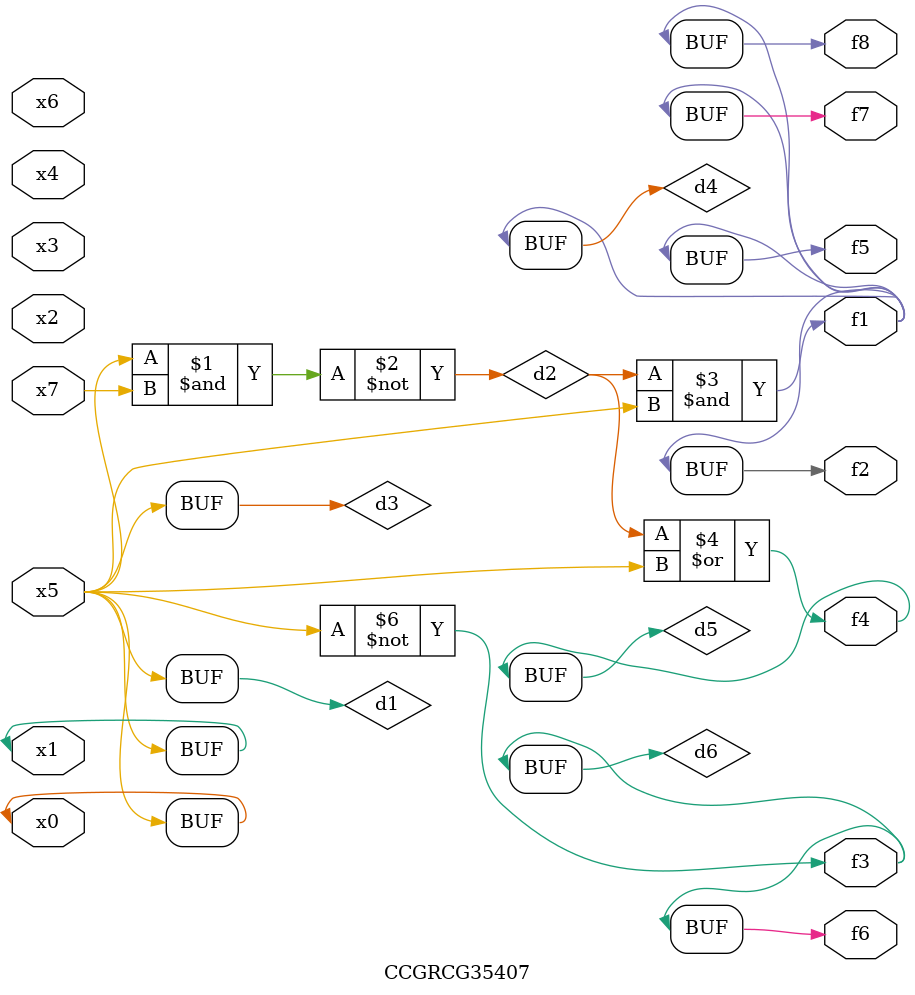
<source format=v>
module CCGRCG35407(
	input x0, x1, x2, x3, x4, x5, x6, x7,
	output f1, f2, f3, f4, f5, f6, f7, f8
);

	wire d1, d2, d3, d4, d5, d6;

	buf (d1, x0, x5);
	nand (d2, x5, x7);
	buf (d3, x0, x1);
	and (d4, d2, d3);
	or (d5, d2, d3);
	nor (d6, d1, d3);
	assign f1 = d4;
	assign f2 = d4;
	assign f3 = d6;
	assign f4 = d5;
	assign f5 = d4;
	assign f6 = d6;
	assign f7 = d4;
	assign f8 = d4;
endmodule

</source>
